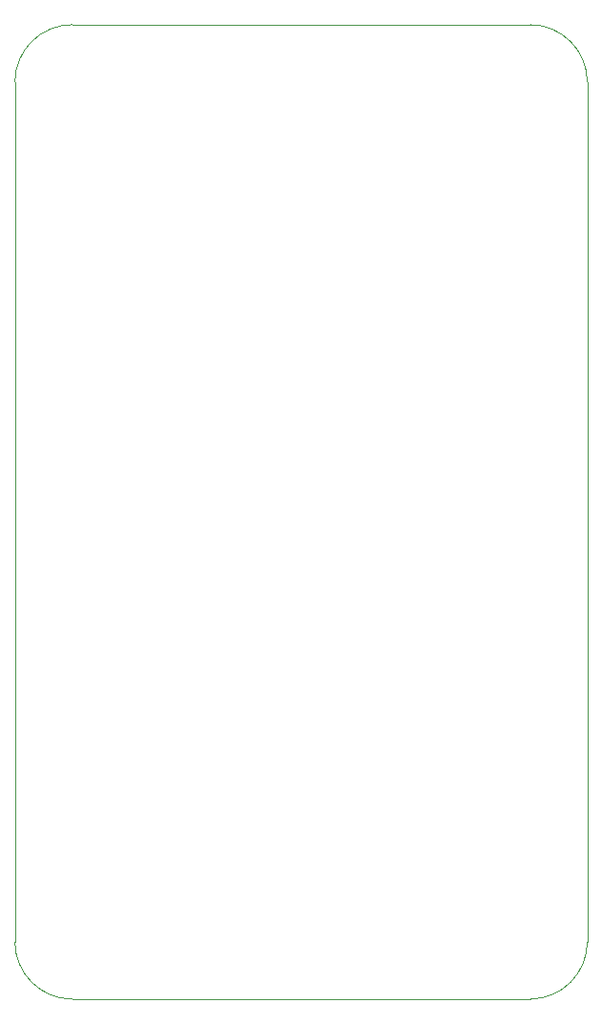
<source format=gbr>
G04 #@! TF.FileFunction,Profile,NP*
%FSLAX46Y46*%
G04 Gerber Fmt 4.6, Leading zero omitted, Abs format (unit mm)*
G04 Created by KiCad (PCBNEW 4.0.7-e2-6376~58~ubuntu16.04.1) date Mon Sep 11 21:05:43 2017*
%MOMM*%
%LPD*%
G01*
G04 APERTURE LIST*
%ADD10C,0.100000*%
G04 APERTURE END LIST*
D10*
X114300000Y-53340000D02*
G75*
G03X109220000Y-58420000I0J-5080000D01*
G01*
X109220000Y-134620000D02*
G75*
G03X114300000Y-139700000I5080000J0D01*
G01*
X154940000Y-139700000D02*
G75*
G03X160020000Y-134620000I0J5080000D01*
G01*
X160020000Y-58420000D02*
G75*
G03X154940000Y-53340000I-5080000J0D01*
G01*
X114300000Y-53340000D02*
X154940000Y-53340000D01*
X109220000Y-134620000D02*
X109220000Y-58420000D01*
X154940000Y-139700000D02*
X114300000Y-139700000D01*
X160020000Y-58420000D02*
X160020000Y-134620000D01*
M02*

</source>
